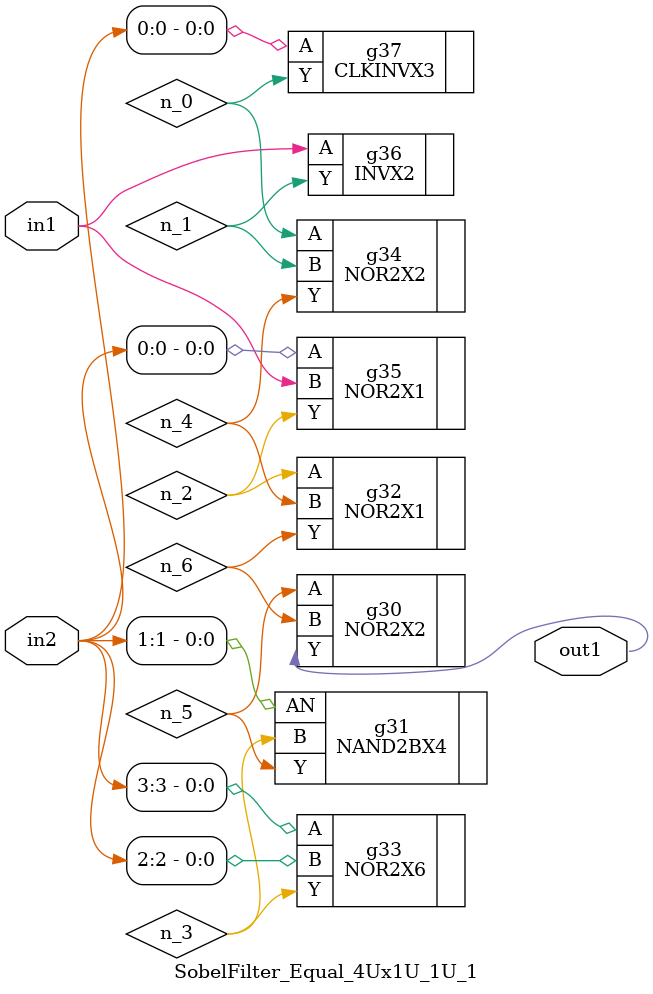
<source format=v>
`timescale 1ps / 1ps


module SobelFilter_Equal_4Ux1U_1U_1(in2, in1, out1);
  input [3:0] in2;
  input in1;
  output out1;
  wire [3:0] in2;
  wire in1;
  wire out1;
  wire n_0, n_1, n_2, n_3, n_4, n_5, n_6;
  NOR2X2 g30(.A (n_5), .B (n_6), .Y (out1));
  NOR2X1 g32(.A (n_2), .B (n_4), .Y (n_6));
  NAND2BX4 g31(.AN (in2[1]), .B (n_3), .Y (n_5));
  NOR2X2 g34(.A (n_0), .B (n_1), .Y (n_4));
  NOR2X6 g33(.A (in2[3]), .B (in2[2]), .Y (n_3));
  NOR2X1 g35(.A (in2[0]), .B (in1), .Y (n_2));
  INVX2 g36(.A (in1), .Y (n_1));
  CLKINVX3 g37(.A (in2[0]), .Y (n_0));
endmodule


</source>
